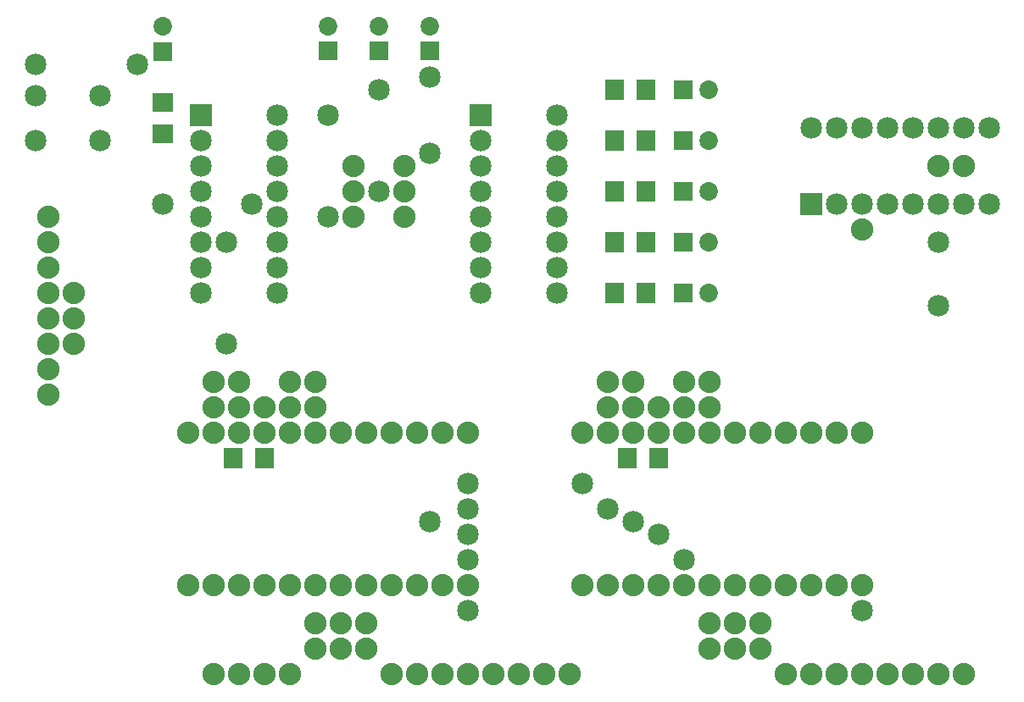
<source format=gbs>
G04 MADE WITH FRITZING*
G04 WWW.FRITZING.ORG*
G04 SINGLE SIDED*
G04 HOLES NOT PLATED*
G04 CONTOUR ON CENTER OF CONTOUR VECTOR*
%ASAXBY*%
%FSLAX23Y23*%
%MOIN*%
%OFA0B0*%
%SFA1.0B1.0*%
%ADD10C,0.085000*%
%ADD11C,0.088000*%
%ADD12C,0.072992*%
%ADD13R,0.085000X0.085000*%
%ADD14R,0.072992X0.084803*%
%ADD15R,0.072992X0.072992*%
%ADD16R,0.084803X0.072992*%
%LNMASK0*%
G90*
G70*
G54D10*
X393Y2475D03*
X649Y2475D03*
X393Y2298D03*
X649Y2298D03*
G54D11*
X3043Y1248D03*
X3043Y1348D03*
X2743Y1348D03*
X2643Y1348D03*
X2743Y1348D03*
X2643Y1348D03*
X2643Y1248D03*
X2743Y1248D03*
X1493Y1248D03*
X1493Y1348D03*
X1193Y1348D03*
X1093Y1348D03*
X1193Y1348D03*
X1093Y1348D03*
X1093Y1248D03*
X1193Y1248D03*
X2943Y1248D03*
X2943Y1348D03*
X3643Y1948D03*
X2843Y1248D03*
X1293Y1248D03*
X1393Y1248D03*
X1393Y1348D03*
X543Y1498D03*
X543Y1598D03*
X543Y1698D03*
X3943Y2198D03*
X4043Y2198D03*
X443Y1998D03*
X443Y1898D03*
X443Y1798D03*
X443Y1698D03*
X443Y1598D03*
X443Y1498D03*
X443Y1398D03*
X443Y1298D03*
X1643Y2198D03*
X1643Y2098D03*
X1643Y1998D03*
X1843Y2198D03*
X1843Y2098D03*
X1843Y1998D03*
X3243Y298D03*
X3143Y298D03*
X3043Y298D03*
X1693Y298D03*
X1593Y298D03*
X1493Y298D03*
X1693Y398D03*
X1593Y398D03*
X1493Y398D03*
X3243Y398D03*
X3143Y398D03*
X3043Y398D03*
G54D10*
X793Y2598D03*
X393Y2598D03*
X1243Y2048D03*
X893Y2048D03*
X1143Y1498D03*
X1143Y1898D03*
X1043Y2398D03*
X1343Y2398D03*
X1043Y2298D03*
X1343Y2298D03*
X1043Y2198D03*
X1343Y2198D03*
X1043Y2098D03*
X1343Y2098D03*
X1043Y1998D03*
X1343Y1998D03*
X1043Y1898D03*
X1343Y1898D03*
X1043Y1798D03*
X1343Y1798D03*
X1043Y1698D03*
X1343Y1698D03*
X2144Y2399D03*
X2444Y2399D03*
X2144Y2299D03*
X2444Y2299D03*
X2144Y2199D03*
X2444Y2199D03*
X2144Y2099D03*
X2444Y2099D03*
X2144Y1999D03*
X2444Y1999D03*
X2144Y1899D03*
X2444Y1899D03*
X2144Y1799D03*
X2444Y1799D03*
X2144Y1699D03*
X2444Y1699D03*
X3443Y2048D03*
X3443Y2348D03*
X3543Y2048D03*
X3543Y2348D03*
X3643Y2048D03*
X3643Y2348D03*
X3743Y2048D03*
X3743Y2348D03*
X3843Y2048D03*
X3843Y2348D03*
X3943Y2048D03*
X3943Y2348D03*
X4043Y2048D03*
X4043Y2348D03*
G54D11*
X2543Y548D03*
X2643Y548D03*
X2743Y548D03*
X2843Y548D03*
X2943Y548D03*
X3043Y548D03*
X3143Y548D03*
X3243Y548D03*
X3343Y548D03*
X3443Y548D03*
X3543Y548D03*
X3643Y548D03*
X993Y548D03*
X1093Y548D03*
X1193Y548D03*
X1293Y548D03*
X1393Y548D03*
X1493Y548D03*
X1593Y548D03*
X1693Y548D03*
X1793Y548D03*
X1893Y548D03*
X1993Y548D03*
X2093Y548D03*
X2543Y1148D03*
X2643Y1148D03*
X2743Y1148D03*
X2843Y1148D03*
X2943Y1148D03*
X3043Y1148D03*
X3143Y1148D03*
X3243Y1148D03*
X3343Y1148D03*
X3443Y1148D03*
X3543Y1148D03*
X3643Y1148D03*
X993Y1148D03*
X1093Y1148D03*
X1193Y1148D03*
X1293Y1148D03*
X1393Y1148D03*
X1493Y1148D03*
X1593Y1148D03*
X1693Y1148D03*
X1793Y1148D03*
X1893Y1148D03*
X1993Y1148D03*
X2093Y1148D03*
X3343Y198D03*
X3443Y198D03*
X3543Y198D03*
X3643Y198D03*
X3743Y198D03*
X3843Y198D03*
X3943Y198D03*
X4043Y198D03*
X1793Y198D03*
X1893Y198D03*
X1993Y198D03*
X2093Y198D03*
X2193Y198D03*
X2293Y198D03*
X2393Y198D03*
X2493Y198D03*
X1093Y198D03*
X1193Y198D03*
X1293Y198D03*
X1393Y198D03*
G54D10*
X2093Y448D03*
X3643Y448D03*
X2093Y948D03*
X2543Y948D03*
X2093Y848D03*
X2643Y848D03*
X1943Y798D03*
X2743Y798D03*
X2093Y748D03*
X2843Y748D03*
X2093Y648D03*
X2943Y648D03*
G54D12*
X2942Y1899D03*
X3041Y1899D03*
X2942Y1699D03*
X3041Y1699D03*
X2942Y2099D03*
X3041Y2099D03*
X2942Y2299D03*
X3041Y2299D03*
X2942Y2499D03*
X3041Y2499D03*
X1944Y2650D03*
X1944Y2749D03*
X1744Y2650D03*
X1744Y2749D03*
X893Y2648D03*
X893Y2747D03*
X1544Y2650D03*
X1544Y2749D03*
G54D10*
X4143Y2348D03*
X4143Y2048D03*
X1943Y2248D03*
X1943Y2548D03*
X1743Y2098D03*
X1743Y2498D03*
X1543Y1998D03*
X1543Y2398D03*
X3943Y1898D03*
X3943Y1648D03*
G54D13*
X1043Y2398D03*
X2144Y2399D03*
X3443Y2048D03*
G54D14*
X1293Y1048D03*
X1171Y1048D03*
X2843Y1048D03*
X2721Y1048D03*
G54D15*
X2942Y1899D03*
X2942Y1699D03*
X2942Y2099D03*
X2942Y2299D03*
X2942Y2499D03*
X1944Y2650D03*
X1744Y2650D03*
X893Y2648D03*
X1544Y2650D03*
G54D14*
X2672Y1699D03*
X2794Y1699D03*
X2672Y1899D03*
X2794Y1899D03*
X2672Y2099D03*
X2794Y2099D03*
X2672Y2299D03*
X2794Y2299D03*
G54D16*
X893Y2326D03*
X893Y2448D03*
G54D14*
X2672Y2499D03*
X2794Y2499D03*
G04 End of Mask0*
M02*
</source>
